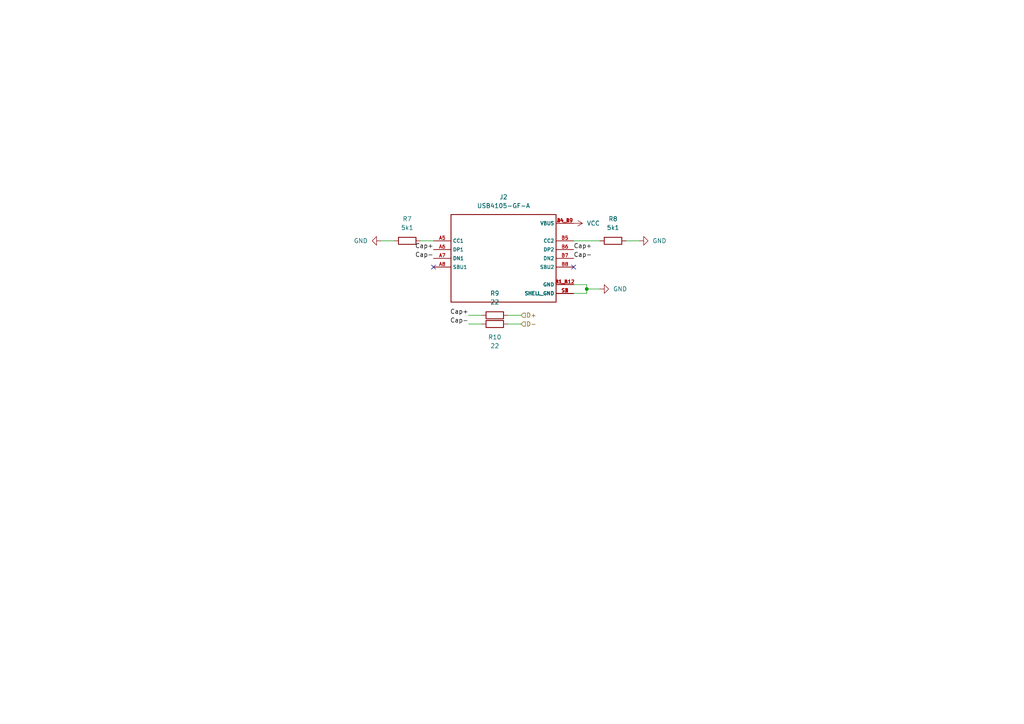
<source format=kicad_sch>
(kicad_sch (version 20211123) (generator eeschema)
  (paper "A4")
  (title_block (title "Ramen80") (date "2022-02-24") (rev "v1.0.0") (company "Ramen Keebs"))
  (lib_symbols
    (symbol "Device:R" (pin_numbers hide) (pin_names (offset 0))
      (property "Reference" "R" (at 2.032 0 90))
      (property "Value" "R" (at 0 0 90))
      (symbol "R_0_1"
        (rectangle (start -1.016 -2.54) (end 1.016 2.54) (stroke (width 0.254)))
      )
      (symbol "R_1_1"
        (pin passive line (at 0 3.81 270) (length 1.27) (name "~") (number "1"))
        (pin passive line (at 0 -3.81 90) (length 1.27) (name "~") (number "2"))
      )
    )
    (symbol "RamenKeebs:USB4105-GF-A"
      (property "Reference" "J" (at 0 13.97 0))
      (property "Value" "USB4105-GF-A" (at 0 -13.97 0))
      (symbol "USB4105-GF-A_0_0"
        (rectangle (start -15.24 -12.7) (end 15.24 12.7) (stroke (width 0.254)))
        (pin power_in line (at 20.32 -7.62 180) (length 5.08) (name "GND") (number "A1_B12"))
        (pin power_in line (at 20.32 10.16 180) (length 5.08) (name "VBUS") (number "A4_B9"))
        (pin bidirectional line (at -20.32 5.08 0) (length 5.08) (name "CC1") (number "A5"))
        (pin bidirectional line (at -20.32 2.54 0) (length 5.08) (name "DP1") (number "A6"))
        (pin bidirectional line (at -20.32 0 0) (length 5.08) (name "DN1") (number "A7"))
        (pin bidirectional line (at -20.32 -2.54 0) (length 5.08) (name "SBU1") (number "A8"))
        (pin power_in line (at 20.32 -7.62 180) (length 5.08) (name "GND") (number "B1_A12"))
        (pin power_in line (at 20.32 10.16 180) (length 5.08) (name "VBUS") (number "B4_A9"))
        (pin bidirectional line (at 20.32 5.08 180) (length 5.08) (name "CC2") (number "B5"))
        (pin bidirectional line (at 20.32 2.54 180) (length 5.08) (name "DP2") (number "B6"))
        (pin bidirectional line (at 20.32 0 180) (length 5.08) (name "DN2") (number "B7"))
        (pin bidirectional line (at 20.32 -2.54 180) (length 5.08) (name "SBU2") (number "B8"))
        (pin power_in line (at 20.32 -10.16 180) (length 5.08) (name "SHELL_GND") (number "S1"))
        (pin power_in line (at 20.32 -10.16 180) (length 5.08) (name "SHELL_GND") (number "S2"))
        (pin power_in line (at 20.32 -10.16 180) (length 5.08) (name "SHELL_GND") (number "S3"))
        (pin power_in line (at 20.32 -10.16 180) (length 5.08) (name "SHELL_GND") (number "S4"))
      )
    )
    (symbol "power:GND" (power) (pin_names (offset 0))
      (property "Value" "GND" (at 0 -3.81 0))
      (symbol "GND_0_1"
        (polyline (pts (xy 0 0) (xy 0 -1.27) (xy 1.27 -1.27) (xy 0 -2.54) (xy -1.27 -1.27) (xy 0 -1.27)))
      )
      (symbol "GND_1_1"
        (pin power_in line (at 0 0 270) (length 0) hide (name "GND") (number "1"))
      )
    )
    (symbol "power:VCC" (power) (pin_names (offset 0))
      (property "Value" "VCC" (at 0 3.81 0))
      (symbol "VCC_0_1"
        (polyline (pts (xy -0.762 1.27) (xy 0 2.54)))
        (polyline (pts (xy 0 0) (xy 0 2.54)))
        (polyline (pts (xy 0 2.54) (xy 0.762 1.27)))
      )
      (symbol "VCC_1_1"
        (pin power_in line (at 0 0 90) (length 0) hide (name "VCC") (number "1"))
      )
    )
  )
  (junction (at 170.18 83.82))
  (no_connect (at 125.73 77.47))
  (no_connect (at 166.37 77.47))
  (wire (pts (xy 151.13 91.44) (xy 147.32 91.44)))
  (wire (pts (xy 166.37 82.55) (xy 170.18 82.55)))
  (wire (pts (xy 151.13 93.98) (xy 147.32 93.98)))
  (wire (pts (xy 110.49 69.85) (xy 114.3 69.85)))
  (wire (pts (xy 135.89 91.44) (xy 139.7 91.44)))
  (wire (pts (xy 166.37 69.85) (xy 173.99 69.85)))
  (wire (pts (xy 170.18 83.82) (xy 170.18 85.09)))
  (wire (pts (xy 185.42 69.85) (xy 181.61 69.85)))
  (wire (pts (xy 170.18 82.55) (xy 170.18 83.82)))
  (wire (pts (xy 121.92 69.85) (xy 125.73 69.85)))
  (wire (pts (xy 135.89 93.98) (xy 139.7 93.98)))
  (wire (pts (xy 170.18 83.82) (xy 173.99 83.82)))
  (wire (pts (xy 166.37 85.09) (xy 170.18 85.09)))
  (label "Cap-" (at 166.37 74.93 0))
  (label "Cap+" (at 166.37 72.39 0))
  (label "Cap-" (at 125.73 74.93 180))
  (label "Cap+" (at 135.89 91.44 180))
  (label "Cap-" (at 135.89 93.98 180))
  (label "Cap+" (at 125.73 72.39 180))
  (hierarchical_label "D-" (shape input) (at 151.13 93.98 0))
  (hierarchical_label "D+" (shape input) (at 151.13 91.44 0))
  (symbol (lib_id "Device:R") (at 177.8 69.85 90) (unit 1)
    (property "Reference" "R8" (at 177.8 63.5 90))
    (property "Value" "5k1" (at 177.8 66.04 90))
    (property "Footprint" "Resistor_SMD:R_0805_2012Metric" (effects hide))
  )
  (symbol (lib_id "power:VCC") (at 166.37 64.77 270) (unit 1)
    (property "Reference" "#PWR038" (effects hide))
    (property "Value" "VCC" (at 170.18 64.7699 90) (effects (justify left)))
  )
  (symbol (lib_id "Device:R") (at 143.51 93.98 90) (unit 1)
    (property "Reference" "R10" (at 143.51 97.79 90))
    (property "Value" "22" (at 143.51 100.33 90))
    (property "Footprint" "Resistor_SMD:R_0805_2012Metric" (effects hide))
  )
  (symbol (lib_id "power:GND") (at 185.42 69.85 90) (unit 1)
    (property "Reference" "#PWR040" (effects hide))
    (property "Value" "GND" (at 189.23 69.8499 90) (effects (justify right)))
  )
  (symbol (lib_id "RamenKeebs:USB4105-GF-A") (at 146.05 74.93 0) (unit 1)
    (property "Reference" "J2" (at 146.05 57.15 0))
    (property "Value" "USB4105-GF-A" (at 146.05 59.69 0))
    (property "Footprint" "SamacSys_Parts:GCT_USB4105-GF-A" (effects hide))
    (property "MAXIMUM_PACKAGE_HEIGHT" "3.31 mm" (effects hide))
    (property "MANUFACTURER" "GCT" (effects hide))
    (property "PARTREV" "A3" (effects hide))
    (property "STANDARD" "Manufacturer Recommendations" (effects hide))
  )
  (symbol (lib_id "power:GND") (at 173.99 83.82 90) (unit 1)
    (property "Reference" "#PWR041" (effects hide))
    (property "Value" "GND" (at 177.8 83.8199 90) (effects (justify right)))
  )
  (symbol (lib_id "power:GND") (at 110.49 69.85 270) (unit 1)
    (property "Reference" "#PWR039" (effects hide))
    (property "Value" "GND" (at 106.68 69.8499 90) (effects (justify right)))
  )
  (symbol (lib_id "Device:R") (at 143.51 91.44 90) (unit 1)
    (property "Reference" "R9" (at 143.51 85.09 90))
    (property "Value" "22" (at 143.51 87.63 90))
    (property "Footprint" "Resistor_SMD:R_0805_2012Metric" (effects hide))
  )
  (symbol (lib_id "Device:R") (at 118.11 69.85 90) (unit 1)
    (property "Reference" "R7" (at 118.11 63.5 90))
    (property "Value" "5k1" (at 118.11 66.04 90))
    (property "Footprint" "Resistor_SMD:R_0805_2012Metric" (effects hide))
  )
)
</source>
